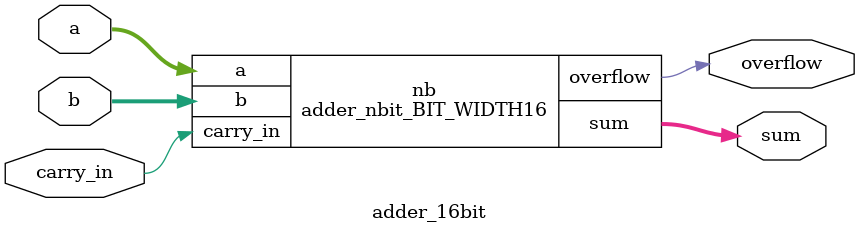
<source format=v>


module adder_1bit_15 ( a, b, carry_in, sum, carry_out );
  input a, b, carry_in;
  output sum, carry_out;
  wire   n2, n3;

  INVX2 U1 ( .A(n3), .Y(carry_out) );
  XOR2X1 U2 ( .A(carry_in), .B(n2), .Y(sum) );
  AOI22X1 U3 ( .A(b), .B(a), .C(n2), .D(carry_in), .Y(n3) );
  XOR2X1 U4 ( .A(a), .B(b), .Y(n2) );
endmodule


module adder_1bit_13 ( a, b, carry_in, sum, carry_out );
  input a, b, carry_in;
  output sum, carry_out;
  wire   n2, n3;

  INVX2 U1 ( .A(n3), .Y(carry_out) );
  XOR2X1 U2 ( .A(carry_in), .B(n2), .Y(sum) );
  AOI22X1 U3 ( .A(b), .B(a), .C(n2), .D(carry_in), .Y(n3) );
  XOR2X1 U4 ( .A(a), .B(b), .Y(n2) );
endmodule


module adder_1bit_14 ( a, b, carry_in, sum, carry_out );
  input a, b, carry_in;
  output sum, carry_out;
  wire   n4, n5;

  INVX2 U1 ( .A(n4), .Y(carry_out) );
  XOR2X1 U2 ( .A(carry_in), .B(n5), .Y(sum) );
  AOI22X1 U3 ( .A(b), .B(a), .C(n5), .D(carry_in), .Y(n4) );
  XOR2X1 U4 ( .A(a), .B(b), .Y(n5) );
endmodule


module adder_1bit_0 ( a, b, carry_in, sum, carry_out );
  input a, b, carry_in;
  output sum, carry_out;
  wire   n7, n8;

  INVX2 U1 ( .A(n7), .Y(carry_out) );
  XOR2X1 U2 ( .A(carry_in), .B(n8), .Y(sum) );
  AOI22X1 U3 ( .A(b), .B(a), .C(n8), .D(carry_in), .Y(n7) );
  XOR2X1 U4 ( .A(a), .B(b), .Y(n8) );
endmodule


module adder_1bit_1 ( a, b, carry_in, sum, carry_out );
  input a, b, carry_in;
  output sum, carry_out;
  wire   n7, n8;

  INVX2 U1 ( .A(n7), .Y(carry_out) );
  XOR2X1 U2 ( .A(carry_in), .B(n8), .Y(sum) );
  AOI22X1 U3 ( .A(b), .B(a), .C(n8), .D(carry_in), .Y(n7) );
  XOR2X1 U4 ( .A(a), .B(b), .Y(n8) );
endmodule


module adder_1bit_2 ( a, b, carry_in, sum, carry_out );
  input a, b, carry_in;
  output sum, carry_out;
  wire   n7, n8;

  INVX2 U1 ( .A(n7), .Y(carry_out) );
  XOR2X1 U2 ( .A(carry_in), .B(n8), .Y(sum) );
  AOI22X1 U3 ( .A(b), .B(a), .C(n8), .D(carry_in), .Y(n7) );
  XOR2X1 U4 ( .A(a), .B(b), .Y(n8) );
endmodule


module adder_1bit_3 ( a, b, carry_in, sum, carry_out );
  input a, b, carry_in;
  output sum, carry_out;
  wire   n7, n8;

  INVX2 U1 ( .A(n7), .Y(carry_out) );
  XOR2X1 U2 ( .A(carry_in), .B(n8), .Y(sum) );
  AOI22X1 U3 ( .A(b), .B(a), .C(n8), .D(carry_in), .Y(n7) );
  XOR2X1 U4 ( .A(a), .B(b), .Y(n8) );
endmodule


module adder_1bit_4 ( a, b, carry_in, sum, carry_out );
  input a, b, carry_in;
  output sum, carry_out;
  wire   n7, n8;

  INVX2 U1 ( .A(n7), .Y(carry_out) );
  XOR2X1 U2 ( .A(carry_in), .B(n8), .Y(sum) );
  AOI22X1 U3 ( .A(b), .B(a), .C(n8), .D(carry_in), .Y(n7) );
  XOR2X1 U4 ( .A(a), .B(b), .Y(n8) );
endmodule


module adder_1bit_5 ( a, b, carry_in, sum, carry_out );
  input a, b, carry_in;
  output sum, carry_out;
  wire   n7, n8;

  INVX2 U1 ( .A(n7), .Y(carry_out) );
  XOR2X1 U2 ( .A(carry_in), .B(n8), .Y(sum) );
  AOI22X1 U3 ( .A(b), .B(a), .C(n8), .D(carry_in), .Y(n7) );
  XOR2X1 U4 ( .A(a), .B(b), .Y(n8) );
endmodule


module adder_1bit_6 ( a, b, carry_in, sum, carry_out );
  input a, b, carry_in;
  output sum, carry_out;
  wire   n7, n8;

  INVX2 U1 ( .A(n7), .Y(carry_out) );
  XOR2X1 U2 ( .A(carry_in), .B(n8), .Y(sum) );
  AOI22X1 U3 ( .A(b), .B(a), .C(n8), .D(carry_in), .Y(n7) );
  XOR2X1 U4 ( .A(a), .B(b), .Y(n8) );
endmodule


module adder_1bit_7 ( a, b, carry_in, sum, carry_out );
  input a, b, carry_in;
  output sum, carry_out;
  wire   n7, n8;

  INVX2 U1 ( .A(n7), .Y(carry_out) );
  XOR2X1 U2 ( .A(carry_in), .B(n8), .Y(sum) );
  AOI22X1 U3 ( .A(b), .B(a), .C(n8), .D(carry_in), .Y(n7) );
  XOR2X1 U4 ( .A(a), .B(b), .Y(n8) );
endmodule


module adder_1bit_8 ( a, b, carry_in, sum, carry_out );
  input a, b, carry_in;
  output sum, carry_out;
  wire   n7, n8;

  INVX2 U1 ( .A(n7), .Y(carry_out) );
  XOR2X1 U2 ( .A(carry_in), .B(n8), .Y(sum) );
  AOI22X1 U3 ( .A(b), .B(a), .C(n8), .D(carry_in), .Y(n7) );
  XOR2X1 U4 ( .A(a), .B(b), .Y(n8) );
endmodule


module adder_1bit_9 ( a, b, carry_in, sum, carry_out );
  input a, b, carry_in;
  output sum, carry_out;
  wire   n7, n8;

  INVX2 U1 ( .A(n7), .Y(carry_out) );
  XOR2X1 U2 ( .A(carry_in), .B(n8), .Y(sum) );
  AOI22X1 U3 ( .A(b), .B(a), .C(n8), .D(carry_in), .Y(n7) );
  XOR2X1 U4 ( .A(a), .B(b), .Y(n8) );
endmodule


module adder_1bit_10 ( a, b, carry_in, sum, carry_out );
  input a, b, carry_in;
  output sum, carry_out;
  wire   n7, n8;

  INVX2 U1 ( .A(n7), .Y(carry_out) );
  XOR2X1 U2 ( .A(carry_in), .B(n8), .Y(sum) );
  AOI22X1 U3 ( .A(b), .B(a), .C(n8), .D(carry_in), .Y(n7) );
  XOR2X1 U4 ( .A(a), .B(b), .Y(n8) );
endmodule


module adder_1bit_11 ( a, b, carry_in, sum, carry_out );
  input a, b, carry_in;
  output sum, carry_out;
  wire   n7, n8;

  INVX2 U1 ( .A(n7), .Y(carry_out) );
  XOR2X1 U2 ( .A(carry_in), .B(n8), .Y(sum) );
  AOI22X1 U3 ( .A(b), .B(a), .C(n8), .D(carry_in), .Y(n7) );
  XOR2X1 U4 ( .A(a), .B(b), .Y(n8) );
endmodule


module adder_1bit_12 ( a, b, carry_in, sum, carry_out );
  input a, b, carry_in;
  output sum, carry_out;
  wire   n7, n8;

  INVX2 U1 ( .A(n7), .Y(carry_out) );
  XOR2X1 U2 ( .A(carry_in), .B(n8), .Y(sum) );
  AOI22X1 U3 ( .A(b), .B(a), .C(n8), .D(carry_in), .Y(n7) );
  XOR2X1 U4 ( .A(a), .B(b), .Y(n8) );
endmodule


module adder_nbit_BIT_WIDTH16 ( a, b, carry_in, sum, overflow );
  input [15:0] a;
  input [15:0] b;
  output [15:0] sum;
  input carry_in;
  output overflow;

  wire   [15:1] carrys;

  adder_1bit_15 \genblk1[0].IX  ( .a(a[0]), .b(b[0]), .carry_in(carry_in), 
        .sum(sum[0]), .carry_out(carrys[1]) );
  adder_1bit_14 \genblk1[1].IX  ( .a(a[1]), .b(b[1]), .carry_in(carrys[1]), 
        .sum(sum[1]), .carry_out(carrys[2]) );
  adder_1bit_13 \genblk1[2].IX  ( .a(a[2]), .b(b[2]), .carry_in(carrys[2]), 
        .sum(sum[2]), .carry_out(carrys[3]) );
  adder_1bit_12 \genblk1[3].IX  ( .a(a[3]), .b(b[3]), .carry_in(carrys[3]), 
        .sum(sum[3]), .carry_out(carrys[4]) );
  adder_1bit_11 \genblk1[4].IX  ( .a(a[4]), .b(b[4]), .carry_in(carrys[4]), 
        .sum(sum[4]), .carry_out(carrys[5]) );
  adder_1bit_10 \genblk1[5].IX  ( .a(a[5]), .b(b[5]), .carry_in(carrys[5]), 
        .sum(sum[5]), .carry_out(carrys[6]) );
  adder_1bit_9 \genblk1[6].IX  ( .a(a[6]), .b(b[6]), .carry_in(carrys[6]), 
        .sum(sum[6]), .carry_out(carrys[7]) );
  adder_1bit_8 \genblk1[7].IX  ( .a(a[7]), .b(b[7]), .carry_in(carrys[7]), 
        .sum(sum[7]), .carry_out(carrys[8]) );
  adder_1bit_7 \genblk1[8].IX  ( .a(a[8]), .b(b[8]), .carry_in(carrys[8]), 
        .sum(sum[8]), .carry_out(carrys[9]) );
  adder_1bit_6 \genblk1[9].IX  ( .a(a[9]), .b(b[9]), .carry_in(carrys[9]), 
        .sum(sum[9]), .carry_out(carrys[10]) );
  adder_1bit_5 \genblk1[10].IX  ( .a(a[10]), .b(b[10]), .carry_in(carrys[10]), 
        .sum(sum[10]), .carry_out(carrys[11]) );
  adder_1bit_4 \genblk1[11].IX  ( .a(a[11]), .b(b[11]), .carry_in(carrys[11]), 
        .sum(sum[11]), .carry_out(carrys[12]) );
  adder_1bit_3 \genblk1[12].IX  ( .a(a[12]), .b(b[12]), .carry_in(carrys[12]), 
        .sum(sum[12]), .carry_out(carrys[13]) );
  adder_1bit_2 \genblk1[13].IX  ( .a(a[13]), .b(b[13]), .carry_in(carrys[13]), 
        .sum(sum[13]), .carry_out(carrys[14]) );
  adder_1bit_1 \genblk1[14].IX  ( .a(a[14]), .b(b[14]), .carry_in(carrys[14]), 
        .sum(sum[14]), .carry_out(carrys[15]) );
  adder_1bit_0 \genblk1[15].IX  ( .a(a[15]), .b(b[15]), .carry_in(carrys[15]), 
        .sum(sum[15]), .carry_out(overflow) );
endmodule


module adder_16bit ( a, b, carry_in, sum, overflow );
  input [15:0] a;
  input [15:0] b;
  output [15:0] sum;
  input carry_in;
  output overflow;


  adder_nbit_BIT_WIDTH16 nb ( .a(a), .b(b), .carry_in(carry_in), .sum(sum), 
        .overflow(overflow) );
endmodule


</source>
